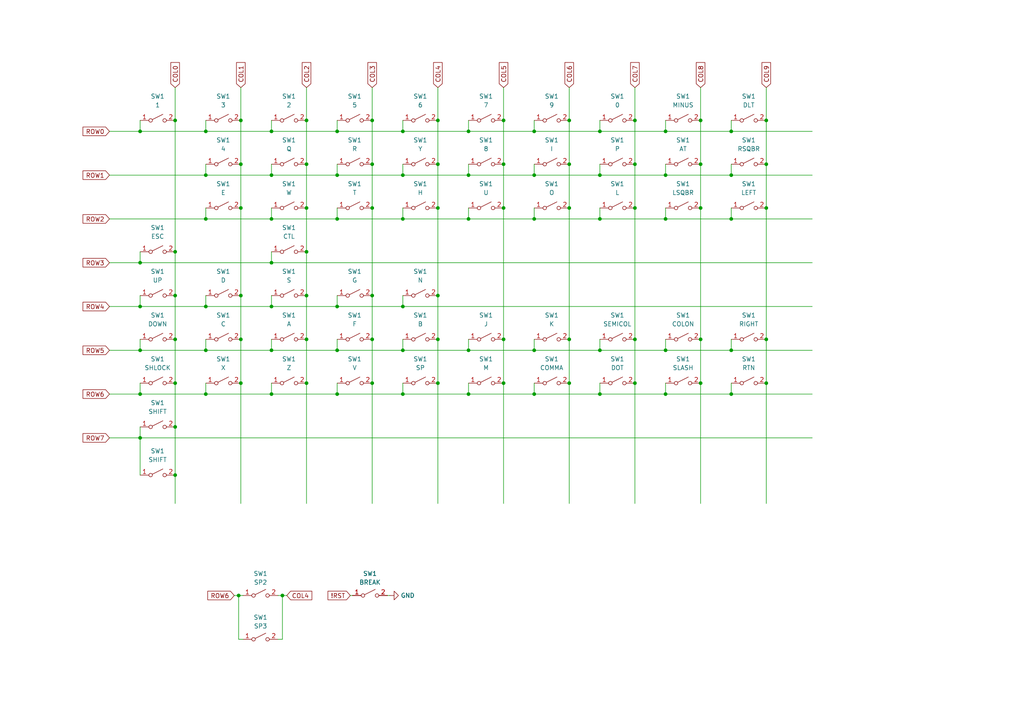
<source format=kicad_sch>
(kicad_sch (version 20230121) (generator eeschema)
  (paper "A4")
  (lib_symbols
    (symbol "Switch:SW_SPST" (pin_names (offset 0) hide)
      (property "Reference" "SW" (at 0 3.175 0))
      (property "Value" "SW_SPST" (at 0 -2.54 0))
      (symbol "SW_SPST_0_0"
        (circle (center -2.032 0) (radius 0.508))
        (polyline (pts (xy -1.524 0.254) (xy 1.524 1.778)))
        (circle (center 2.032 0) (radius 0.508))
      )
      (symbol "SW_SPST_1_1"
        (pin passive line (at -5.08 0 0) (length 2.54) (name "A") (number "1"))
        (pin passive line (at 5.08 0 180) (length 2.54) (name "B") (number "2"))
      )
    )
    (symbol "power:GND" (power) (pin_names (offset 0))
      (property "Value" "GND" (at 0 -3.81 0))
      (symbol "GND_0_1"
        (polyline (pts (xy 0 0) (xy 0 -1.27) (xy 1.27 -1.27) (xy 0 -2.54) (xy -1.27 -1.27) (xy 0 -1.27)))
      )
      (symbol "GND_1_1"
        (pin power_in line (at 0 0 270) (length 0) hide (name "GND") (number "1"))
      )
    )
  )
  (junction (at 81.915 172.72))
  (junction (at 222.25 34.925))
  (junction (at 212.09 50.8))
  (junction (at 146.05 98.425))
  (junction (at 193.04 38.1))
  (junction (at 78.74 38.1))
  (junction (at 165.1 98.425))
  (junction (at 184.15 60.325))
  (junction (at 165.1 60.325))
  (junction (at 78.74 114.3))
  (junction (at 50.8 111.125))
  (junction (at 78.74 88.9))
  (junction (at 116.84 88.9))
  (junction (at 222.25 98.425))
  (junction (at 88.9 47.625))
  (junction (at 107.95 47.625))
  (junction (at 165.1 34.925))
  (junction (at 173.99 63.5))
  (junction (at 193.04 50.8))
  (junction (at 88.9 73.025))
  (junction (at 193.04 63.5))
  (junction (at 212.09 63.5))
  (junction (at 203.2 47.625))
  (junction (at 222.25 111.125))
  (junction (at 146.05 47.625))
  (junction (at 127 98.425))
  (junction (at 173.99 38.1))
  (junction (at 50.8 98.425))
  (junction (at 97.79 50.8))
  (junction (at 222.25 60.325))
  (junction (at 78.74 63.5))
  (junction (at 203.2 34.925))
  (junction (at 59.69 38.1))
  (junction (at 154.94 63.5))
  (junction (at 116.84 50.8))
  (junction (at 116.84 38.1))
  (junction (at 88.9 98.425))
  (junction (at 59.69 88.9))
  (junction (at 203.2 111.125))
  (junction (at 50.8 73.025))
  (junction (at 135.89 101.6))
  (junction (at 78.74 76.2))
  (junction (at 50.8 123.825))
  (junction (at 107.95 98.425))
  (junction (at 212.09 38.1))
  (junction (at 88.9 34.925))
  (junction (at 97.79 38.1))
  (junction (at 50.8 34.925))
  (junction (at 50.8 85.725))
  (junction (at 212.09 101.6))
  (junction (at 184.15 34.925))
  (junction (at 59.69 63.5))
  (junction (at 154.94 50.8))
  (junction (at 107.95 85.725))
  (junction (at 78.74 101.6))
  (junction (at 69.85 111.125))
  (junction (at 184.15 98.425))
  (junction (at 116.84 63.5))
  (junction (at 203.2 60.325))
  (junction (at 154.94 114.3))
  (junction (at 97.79 101.6))
  (junction (at 50.8 137.795))
  (junction (at 135.89 50.8))
  (junction (at 127 34.925))
  (junction (at 107.95 111.125))
  (junction (at 59.69 101.6))
  (junction (at 88.9 60.325))
  (junction (at 173.99 114.3))
  (junction (at 135.89 114.3))
  (junction (at 40.64 38.1))
  (junction (at 88.9 111.125))
  (junction (at 212.09 114.3))
  (junction (at 127 85.725))
  (junction (at 69.85 98.425))
  (junction (at 154.94 38.1))
  (junction (at 97.79 114.3))
  (junction (at 97.79 63.5))
  (junction (at 116.84 114.3))
  (junction (at 59.69 50.8))
  (junction (at 165.1 111.125))
  (junction (at 154.94 101.6))
  (junction (at 59.69 114.3))
  (junction (at 184.15 111.125))
  (junction (at 40.64 127))
  (junction (at 88.9 85.725))
  (junction (at 193.04 101.6))
  (junction (at 193.04 114.3))
  (junction (at 222.25 47.625))
  (junction (at 78.74 50.8))
  (junction (at 97.79 88.9))
  (junction (at 135.89 63.5))
  (junction (at 69.85 60.325))
  (junction (at 146.05 111.125))
  (junction (at 127 60.325))
  (junction (at 203.2 98.425))
  (junction (at 107.95 34.925))
  (junction (at 173.99 101.6))
  (junction (at 165.1 47.625))
  (junction (at 40.64 88.9))
  (junction (at 69.215 172.72))
  (junction (at 40.64 101.6))
  (junction (at 107.95 60.325))
  (junction (at 135.89 38.1))
  (junction (at 69.85 85.725))
  (junction (at 116.84 101.6))
  (junction (at 127 111.125))
  (junction (at 146.05 60.325))
  (junction (at 40.64 114.3))
  (junction (at 173.99 50.8))
  (junction (at 146.05 34.925))
  (junction (at 184.15 47.625))
  (junction (at 69.85 47.625))
  (junction (at 127 47.625))
  (junction (at 40.64 76.2))
  (junction (at 69.85 34.925))
  (wire (pts (xy 78.74 85.725) (xy 78.74 88.9)))
  (wire (pts (xy 40.64 38.1) (xy 59.69 38.1)))
  (wire (pts (xy 69.85 47.625) (xy 69.85 60.325)))
  (wire (pts (xy 165.1 25.4) (xy 165.1 34.925)))
  (wire (pts (xy 135.89 47.625) (xy 135.89 50.8)))
  (wire (pts (xy 88.9 60.325) (xy 88.9 73.025)))
  (wire (pts (xy 116.84 85.725) (xy 116.84 88.9)))
  (wire (pts (xy 81.915 172.72) (xy 80.645 172.72)))
  (wire (pts (xy 78.74 114.3) (xy 97.79 114.3)))
  (wire (pts (xy 107.95 85.725) (xy 107.95 98.425)))
  (wire (pts (xy 116.84 88.9) (xy 235.585 88.9)))
  (wire (pts (xy 97.79 111.125) (xy 97.79 114.3)))
  (wire (pts (xy 193.04 63.5) (xy 212.09 63.5)))
  (wire (pts (xy 78.74 88.9) (xy 97.79 88.9)))
  (wire (pts (xy 193.04 50.8) (xy 212.09 50.8)))
  (wire (pts (xy 173.99 98.425) (xy 173.99 101.6)))
  (wire (pts (xy 146.05 98.425) (xy 146.05 111.125)))
  (wire (pts (xy 184.15 98.425) (xy 184.15 111.125)))
  (wire (pts (xy 165.1 111.125) (xy 165.1 146.05)))
  (wire (pts (xy 203.2 111.125) (xy 203.2 146.05)))
  (wire (pts (xy 165.1 47.625) (xy 165.1 60.325)))
  (wire (pts (xy 101.6 172.72) (xy 102.235 172.72)))
  (wire (pts (xy 193.04 101.6) (xy 212.09 101.6)))
  (wire (pts (xy 40.64 76.2) (xy 78.74 76.2)))
  (wire (pts (xy 193.04 98.425) (xy 193.04 101.6)))
  (wire (pts (xy 40.64 111.125) (xy 40.64 114.3)))
  (wire (pts (xy 69.85 98.425) (xy 69.85 111.125)))
  (wire (pts (xy 40.64 101.6) (xy 59.69 101.6)))
  (wire (pts (xy 107.95 60.325) (xy 107.95 85.725)))
  (wire (pts (xy 97.79 101.6) (xy 116.84 101.6)))
  (wire (pts (xy 59.69 114.3) (xy 78.74 114.3)))
  (wire (pts (xy 88.9 34.925) (xy 88.9 47.625)))
  (wire (pts (xy 31.75 50.8) (xy 59.69 50.8)))
  (wire (pts (xy 222.25 34.925) (xy 222.25 47.625)))
  (wire (pts (xy 212.09 60.325) (xy 212.09 63.5)))
  (wire (pts (xy 78.74 111.125) (xy 78.74 114.3)))
  (wire (pts (xy 88.9 73.025) (xy 88.9 85.725)))
  (wire (pts (xy 107.95 47.625) (xy 107.95 60.325)))
  (wire (pts (xy 154.94 101.6) (xy 173.99 101.6)))
  (wire (pts (xy 59.69 85.725) (xy 59.69 88.9)))
  (wire (pts (xy 212.09 63.5) (xy 235.585 63.5)))
  (wire (pts (xy 78.74 63.5) (xy 97.79 63.5)))
  (wire (pts (xy 31.75 76.2) (xy 40.64 76.2)))
  (wire (pts (xy 127 98.425) (xy 127 111.125)))
  (wire (pts (xy 135.89 63.5) (xy 154.94 63.5)))
  (wire (pts (xy 78.74 50.8) (xy 97.79 50.8)))
  (wire (pts (xy 59.69 50.8) (xy 78.74 50.8)))
  (wire (pts (xy 59.69 63.5) (xy 78.74 63.5)))
  (wire (pts (xy 40.64 98.425) (xy 40.64 101.6)))
  (wire (pts (xy 193.04 60.325) (xy 193.04 63.5)))
  (wire (pts (xy 193.04 114.3) (xy 212.09 114.3)))
  (wire (pts (xy 165.1 34.925) (xy 165.1 47.625)))
  (wire (pts (xy 212.09 101.6) (xy 235.585 101.6)))
  (wire (pts (xy 135.89 38.1) (xy 154.94 38.1)))
  (wire (pts (xy 31.75 114.3) (xy 40.64 114.3)))
  (wire (pts (xy 88.9 111.125) (xy 88.9 146.05)))
  (wire (pts (xy 135.89 114.3) (xy 154.94 114.3)))
  (wire (pts (xy 127 47.625) (xy 127 60.325)))
  (wire (pts (xy 184.15 111.125) (xy 184.15 146.05)))
  (wire (pts (xy 40.64 85.725) (xy 40.64 88.9)))
  (wire (pts (xy 212.09 47.625) (xy 212.09 50.8)))
  (wire (pts (xy 59.69 34.925) (xy 59.69 38.1)))
  (wire (pts (xy 135.89 50.8) (xy 154.94 50.8)))
  (wire (pts (xy 88.9 25.4) (xy 88.9 34.925)))
  (wire (pts (xy 173.99 34.925) (xy 173.99 38.1)))
  (wire (pts (xy 154.94 98.425) (xy 154.94 101.6)))
  (wire (pts (xy 50.8 98.425) (xy 50.8 111.125)))
  (wire (pts (xy 67.945 172.72) (xy 69.215 172.72)))
  (wire (pts (xy 88.9 98.425) (xy 88.9 111.125)))
  (wire (pts (xy 154.94 63.5) (xy 173.99 63.5)))
  (wire (pts (xy 50.8 85.725) (xy 50.8 98.425)))
  (wire (pts (xy 135.89 98.425) (xy 135.89 101.6)))
  (wire (pts (xy 69.85 34.925) (xy 69.85 47.625)))
  (wire (pts (xy 80.645 185.42) (xy 81.915 185.42)))
  (wire (pts (xy 203.2 34.925) (xy 203.2 47.625)))
  (wire (pts (xy 165.1 98.425) (xy 165.1 111.125)))
  (wire (pts (xy 154.94 114.3) (xy 173.99 114.3)))
  (wire (pts (xy 154.94 38.1) (xy 173.99 38.1)))
  (wire (pts (xy 222.25 47.625) (xy 222.25 60.325)))
  (wire (pts (xy 184.15 34.925) (xy 184.15 47.625)))
  (wire (pts (xy 40.64 73.025) (xy 40.64 76.2)))
  (wire (pts (xy 107.95 34.925) (xy 107.95 47.625)))
  (wire (pts (xy 193.04 38.1) (xy 212.09 38.1)))
  (wire (pts (xy 59.69 60.325) (xy 59.69 63.5)))
  (wire (pts (xy 97.79 88.9) (xy 116.84 88.9)))
  (wire (pts (xy 154.94 34.925) (xy 154.94 38.1)))
  (wire (pts (xy 50.8 137.795) (xy 50.8 146.05)))
  (wire (pts (xy 40.64 34.925) (xy 40.64 38.1)))
  (wire (pts (xy 88.9 47.625) (xy 88.9 60.325)))
  (wire (pts (xy 50.8 34.925) (xy 50.8 73.025)))
  (wire (pts (xy 78.74 76.2) (xy 235.585 76.2)))
  (wire (pts (xy 173.99 63.5) (xy 193.04 63.5)))
  (wire (pts (xy 127 85.725) (xy 127 98.425)))
  (wire (pts (xy 173.99 101.6) (xy 193.04 101.6)))
  (wire (pts (xy 97.79 98.425) (xy 97.79 101.6)))
  (wire (pts (xy 59.69 101.6) (xy 78.74 101.6)))
  (wire (pts (xy 212.09 34.925) (xy 212.09 38.1)))
  (wire (pts (xy 69.215 172.72) (xy 70.485 172.72)))
  (wire (pts (xy 116.84 60.325) (xy 116.84 63.5)))
  (wire (pts (xy 88.9 85.725) (xy 88.9 98.425)))
  (wire (pts (xy 146.05 47.625) (xy 146.05 60.325)))
  (wire (pts (xy 154.94 60.325) (xy 154.94 63.5)))
  (wire (pts (xy 116.84 111.125) (xy 116.84 114.3)))
  (wire (pts (xy 127 25.4) (xy 127 34.925)))
  (wire (pts (xy 222.25 25.4) (xy 222.25 34.925)))
  (wire (pts (xy 146.05 25.4) (xy 146.05 34.925)))
  (wire (pts (xy 203.2 47.625) (xy 203.2 60.325)))
  (wire (pts (xy 107.95 111.125) (xy 107.95 146.05)))
  (wire (pts (xy 81.915 185.42) (xy 81.915 172.72)))
  (wire (pts (xy 184.15 47.625) (xy 184.15 60.325)))
  (wire (pts (xy 127 34.925) (xy 127 47.625)))
  (wire (pts (xy 222.25 111.125) (xy 222.25 146.05)))
  (wire (pts (xy 135.89 34.925) (xy 135.89 38.1)))
  (wire (pts (xy 78.74 73.025) (xy 78.74 76.2)))
  (wire (pts (xy 127 60.325) (xy 127 85.725)))
  (wire (pts (xy 50.8 25.4) (xy 50.8 34.925)))
  (wire (pts (xy 40.64 114.3) (xy 59.69 114.3)))
  (wire (pts (xy 212.09 50.8) (xy 235.585 50.8)))
  (wire (pts (xy 69.215 185.42) (xy 69.215 172.72)))
  (wire (pts (xy 59.69 38.1) (xy 78.74 38.1)))
  (wire (pts (xy 173.99 114.3) (xy 193.04 114.3)))
  (wire (pts (xy 135.89 111.125) (xy 135.89 114.3)))
  (wire (pts (xy 59.69 98.425) (xy 59.69 101.6)))
  (wire (pts (xy 69.85 111.125) (xy 69.85 146.05)))
  (wire (pts (xy 69.85 85.725) (xy 69.85 98.425)))
  (wire (pts (xy 40.64 127) (xy 235.585 127)))
  (wire (pts (xy 146.05 111.125) (xy 146.05 146.05)))
  (wire (pts (xy 69.85 25.4) (xy 69.85 34.925)))
  (wire (pts (xy 146.05 60.325) (xy 146.05 98.425)))
  (wire (pts (xy 59.69 111.125) (xy 59.69 114.3)))
  (wire (pts (xy 203.2 98.425) (xy 203.2 111.125)))
  (wire (pts (xy 173.99 60.325) (xy 173.99 63.5)))
  (wire (pts (xy 135.89 60.325) (xy 135.89 63.5)))
  (wire (pts (xy 212.09 114.3) (xy 235.585 114.3)))
  (wire (pts (xy 78.74 60.325) (xy 78.74 63.5)))
  (wire (pts (xy 97.79 63.5) (xy 116.84 63.5)))
  (wire (pts (xy 40.64 88.9) (xy 59.69 88.9)))
  (wire (pts (xy 173.99 111.125) (xy 173.99 114.3)))
  (wire (pts (xy 154.94 111.125) (xy 154.94 114.3)))
  (wire (pts (xy 97.79 38.1) (xy 116.84 38.1)))
  (wire (pts (xy 165.1 60.325) (xy 165.1 98.425)))
  (wire (pts (xy 70.485 185.42) (xy 69.215 185.42)))
  (wire (pts (xy 116.84 114.3) (xy 135.89 114.3)))
  (wire (pts (xy 203.2 60.325) (xy 203.2 98.425)))
  (wire (pts (xy 116.84 34.925) (xy 116.84 38.1)))
  (wire (pts (xy 107.95 98.425) (xy 107.95 111.125)))
  (wire (pts (xy 31.75 88.9) (xy 40.64 88.9)))
  (wire (pts (xy 50.8 123.825) (xy 50.8 137.795)))
  (wire (pts (xy 69.85 60.325) (xy 69.85 85.725)))
  (wire (pts (xy 40.64 127) (xy 40.64 137.795)))
  (wire (pts (xy 50.8 111.125) (xy 50.8 123.825)))
  (wire (pts (xy 193.04 47.625) (xy 193.04 50.8)))
  (wire (pts (xy 193.04 34.925) (xy 193.04 38.1)))
  (wire (pts (xy 116.84 50.8) (xy 135.89 50.8)))
  (wire (pts (xy 83.185 172.72) (xy 81.915 172.72)))
  (wire (pts (xy 31.75 101.6) (xy 40.64 101.6)))
  (wire (pts (xy 116.84 101.6) (xy 135.89 101.6)))
  (wire (pts (xy 212.09 38.1) (xy 235.585 38.1)))
  (wire (pts (xy 154.94 50.8) (xy 173.99 50.8)))
  (wire (pts (xy 78.74 34.925) (xy 78.74 38.1)))
  (wire (pts (xy 203.2 25.4) (xy 203.2 34.925)))
  (wire (pts (xy 222.25 98.425) (xy 222.25 111.125)))
  (wire (pts (xy 78.74 47.625) (xy 78.74 50.8)))
  (wire (pts (xy 97.79 47.625) (xy 97.79 50.8)))
  (wire (pts (xy 116.84 47.625) (xy 116.84 50.8)))
  (wire (pts (xy 59.69 47.625) (xy 59.69 50.8)))
  (wire (pts (xy 97.79 60.325) (xy 97.79 63.5)))
  (wire (pts (xy 212.09 98.425) (xy 212.09 101.6)))
  (wire (pts (xy 113.03 172.72) (xy 112.395 172.72)))
  (wire (pts (xy 116.84 63.5) (xy 135.89 63.5)))
  (wire (pts (xy 135.89 101.6) (xy 154.94 101.6)))
  (wire (pts (xy 173.99 47.625) (xy 173.99 50.8)))
  (wire (pts (xy 97.79 50.8) (xy 116.84 50.8)))
  (wire (pts (xy 78.74 98.425) (xy 78.74 101.6)))
  (wire (pts (xy 184.15 60.325) (xy 184.15 98.425)))
  (wire (pts (xy 222.25 60.325) (xy 222.25 98.425)))
  (wire (pts (xy 59.69 88.9) (xy 78.74 88.9)))
  (wire (pts (xy 78.74 101.6) (xy 97.79 101.6)))
  (wire (pts (xy 50.8 73.025) (xy 50.8 85.725)))
  (wire (pts (xy 127 111.125) (xy 127 146.05)))
  (wire (pts (xy 31.75 38.1) (xy 40.64 38.1)))
  (wire (pts (xy 31.75 127) (xy 40.64 127)))
  (wire (pts (xy 212.09 111.125) (xy 212.09 114.3)))
  (wire (pts (xy 116.84 98.425) (xy 116.84 101.6)))
  (wire (pts (xy 97.79 34.925) (xy 97.79 38.1)))
  (wire (pts (xy 97.79 114.3) (xy 116.84 114.3)))
  (wire (pts (xy 154.94 47.625) (xy 154.94 50.8)))
  (wire (pts (xy 116.84 38.1) (xy 135.89 38.1)))
  (wire (pts (xy 184.15 25.4) (xy 184.15 34.925)))
  (wire (pts (xy 40.64 123.825) (xy 40.64 127)))
  (wire (pts (xy 107.95 25.4) (xy 107.95 34.925)))
  (wire (pts (xy 173.99 50.8) (xy 193.04 50.8)))
  (wire (pts (xy 173.99 38.1) (xy 193.04 38.1)))
  (wire (pts (xy 78.74 38.1) (xy 97.79 38.1)))
  (wire (pts (xy 146.05 34.925) (xy 146.05 47.625)))
  (wire (pts (xy 193.04 111.125) (xy 193.04 114.3)))
  (wire (pts (xy 97.79 85.725) (xy 97.79 88.9)))
  (wire (pts (xy 31.75 63.5) (xy 59.69 63.5)))
  (global_label "COL7" (shape input) (at 184.15 25.4 90) (property "Intersheetrefs" "${INTERSHEET_REFS}" (effects hide)))
  (global_label "COL0" (shape input) (at 50.8 25.4 90) (property "Intersheetrefs" "${INTERSHEET_REFS}" (effects hide)))
  (global_label "COL8" (shape input) (at 203.2 25.4 90) (property "Intersheetrefs" "${INTERSHEET_REFS}" (effects hide)))
  (global_label "COL5" (shape input) (at 146.05 25.4 90) (property "Intersheetrefs" "${INTERSHEET_REFS}" (effects hide)))
  (global_label "COL1" (shape input) (at 69.85 25.4 90) (property "Intersheetrefs" "${INTERSHEET_REFS}" (effects hide)))
  (global_label "COL2" (shape input) (at 88.9 25.4 90) (property "Intersheetrefs" "${INTERSHEET_REFS}" (effects hide)))
  (global_label "ROW3" (shape input) (at 31.75 76.2 180) (property "Intersheetrefs" "${INTERSHEET_REFS}" (effects hide)))
  (global_label "COL3" (shape input) (at 107.95 25.4 90) (property "Intersheetrefs" "${INTERSHEET_REFS}" (effects hide)))
  (global_label "!RST" (shape input) (at 101.6 172.72 180) (property "Intersheetrefs" "${INTERSHEET_REFS}" (effects hide)))
  (global_label "ROW7" (shape input) (at 31.75 127 180) (property "Intersheetrefs" "${INTERSHEET_REFS}" (effects hide)))
  (global_label "COL9" (shape input) (at 222.25 25.4 90) (property "Intersheetrefs" "${INTERSHEET_REFS}" (effects hide)))
  (global_label "ROW1" (shape input) (at 31.75 50.8 180) (property "Intersheetrefs" "${INTERSHEET_REFS}" (effects hide)))
  (global_label "COL4" (shape input) (at 127 25.4 90) (property "Intersheetrefs" "${INTERSHEET_REFS}" (effects hide)))
  (global_label "COL6" (shape input) (at 165.1 25.4 90) (property "Intersheetrefs" "${INTERSHEET_REFS}" (effects hide)))
  (global_label "ROW6" (shape input) (at 31.75 114.3 180) (property "Intersheetrefs" "${INTERSHEET_REFS}" (effects hide)))
  (global_label "COL4" (shape input) (at 83.185 172.72 0) (property "Intersheetrefs" "${INTERSHEET_REFS}" (effects hide)))
  (global_label "ROW4" (shape input) (at 31.75 88.9 180) (property "Intersheetrefs" "${INTERSHEET_REFS}" (effects hide)))
  (global_label "ROW5" (shape input) (at 31.75 101.6 180) (property "Intersheetrefs" "${INTERSHEET_REFS}" (effects hide)))
  (global_label "ROW2" (shape input) (at 31.75 63.5 180) (property "Intersheetrefs" "${INTERSHEET_REFS}" (effects hide)))
  (global_label "ROW6" (shape input) (at 67.945 172.72 180) (property "Intersheetrefs" "${INTERSHEET_REFS}" (effects hide)))
  (global_label "ROW0" (shape input) (at 31.75 38.1 180) (property "Intersheetrefs" "${INTERSHEET_REFS}" (effects hide)))
  (symbol (lib_id "Switch:SW_SPST") (at 198.12 47.625 0) (unit 1)
    (property "Reference" "SW1" (at 198.12 40.64 0))
    (property "Value" "AT" (at 198.12 43.18 0))
    (property "Footprint" "Button_Switch_Keyboard:SW_Cherry_MX_1.00u_PCB" (effects hide))
    (instances (project "ATOM_IC1Keyboard1" (path "" (reference "SW1") (unit 1))) (project "ATOM_IC1" (path "" (reference "SW1") (unit 1))) (project "Lynx-Keyboard" (path "" (reference "SW19") (unit 1))))
  )
  (symbol (lib_id "Switch:SW_SPST") (at 45.72 111.125 0) (unit 1)
    (property "Reference" "SW1" (at 45.72 104.14 0))
    (property "Value" "SHLOCK" (at 45.72 106.68 0))
    (property "Footprint" "Button_Switch_Keyboard:SW_Cherry_MX_1.50u_PCB" (effects hide))
    (instances (project "ATOM_IC1Keyboard1" (path "" (reference "SW1") (unit 1))) (project "ATOM_IC1" (path "" (reference "SW1") (unit 1))) (project "Lynx-Keyboard" (path "" (reference "SW61") (unit 1))))
  )
  (symbol (lib_id "Switch:SW_SPST") (at 140.97 34.925 0) (unit 1)
    (property "Reference" "SW1" (at 140.97 27.94 0))
    (property "Value" "7" (at 140.97 30.48 0))
    (property "Footprint" "Button_Switch_Keyboard:SW_Cherry_MX_1.00u_PCB" (effects hide))
    (instances (project "ATOM_IC1Keyboard1" (path "" (reference "SW1") (unit 1))) (project "ATOM_IC1" (path "" (reference "SW1") (unit 1))) (project "Lynx-Keyboard" (path "" (reference "SW6") (unit 1))))
  )
  (symbol (lib_id "Switch:SW_SPST") (at 121.92 98.425 0) (unit 1)
    (property "Reference" "SW1" (at 121.92 91.44 0))
    (property "Value" "B" (at 121.92 93.98 0))
    (property "Footprint" "Button_Switch_Keyboard:SW_Cherry_MX_1.00u_PCB" (effects hide))
    (instances (project "ATOM_IC1Keyboard1" (path "" (reference "SW1") (unit 1))) (project "ATOM_IC1" (path "" (reference "SW1") (unit 1))) (project "Lynx-Keyboard" (path "" (reference "SW55") (unit 1))))
  )
  (symbol (lib_id "Switch:SW_SPST") (at 140.97 60.325 0) (unit 1)
    (property "Reference" "SW1" (at 140.97 53.34 0))
    (property "Value" "U" (at 140.97 55.88 0))
    (property "Footprint" "Button_Switch_Keyboard:SW_Cherry_MX_1.00u_PCB" (effects hide))
    (instances (project "ATOM_IC1Keyboard1" (path "" (reference "SW1") (unit 1))) (project "ATOM_IC1" (path "" (reference "SW1") (unit 1))) (project "Lynx-Keyboard" (path "" (reference "SW26") (unit 1))))
  )
  (symbol (lib_id "Switch:SW_SPST") (at 217.17 60.325 0) (unit 1)
    (property "Reference" "SW1" (at 217.17 53.34 0))
    (property "Value" "LEFT" (at 217.17 55.88 0))
    (property "Footprint" "Button_Switch_Keyboard:SW_Cherry_MX_1.00u_PCB" (effects hide))
    (instances (project "ATOM_IC1Keyboard1" (path "" (reference "SW1") (unit 1))) (project "ATOM_IC1" (path "" (reference "SW1") (unit 1))) (project "Lynx-Keyboard" (path "" (reference "SW30") (unit 1))))
  )
  (symbol (lib_id "Switch:SW_SPST") (at 107.315 172.72 0) (unit 1)
    (property "Reference" "SW1" (at 107.315 166.37 0))
    (property "Value" "BREAK" (at 107.315 168.91 0))
    (property "Footprint" "Button_Switch_Keyboard:SW_Cherry_MX_1.50u_PCB" (effects hide))
    (instances (project "ATOM_IC1Keyboard1" (path "" (reference "SW1") (unit 1))) (project "ATOM_IC1" (path "" (reference "SW1") (unit 1))) (project "Lynx-Keyboard" (path "" (reference "SW74") (unit 1))))
  )
  (symbol (lib_id "Switch:SW_SPST") (at 83.82 47.625 0) (unit 1)
    (property "Reference" "SW1" (at 83.82 40.64 0))
    (property "Value" "Q" (at 83.82 43.18 0))
    (property "Footprint" "Button_Switch_Keyboard:SW_Cherry_MX_1.00u_PCB" (effects hide))
    (instances (project "ATOM_IC1Keyboard1" (path "" (reference "SW1") (unit 1))) (project "ATOM_IC1" (path "" (reference "SW1") (unit 1))) (project "Lynx-Keyboard" (path "" (reference "SW13") (unit 1))))
  )
  (symbol (lib_id "Switch:SW_SPST") (at 45.72 137.795 0) (unit 1)
    (property "Reference" "SW1" (at 45.72 130.81 0))
    (property "Value" "SHIFT" (at 45.72 133.35 0))
    (property "Footprint" "Button_Switch_Keyboard:SW_Cherry_MX_1.50u_PCB" (effects hide))
    (instances (project "ATOM_IC1Keyboard1" (path "" (reference "SW1") (unit 1))) (project "ATOM_IC1" (path "" (reference "SW1") (unit 1))) (project "Lynx-Keyboard" (path "" (reference "SW75") (unit 1))))
  )
  (symbol (lib_id "Switch:SW_SPST") (at 64.77 111.125 0) (unit 1)
    (property "Reference" "SW1" (at 64.77 104.14 0))
    (property "Value" "X" (at 64.77 106.68 0))
    (property "Footprint" "Button_Switch_Keyboard:SW_Cherry_MX_1.00u_PCB" (effects hide))
    (instances (project "ATOM_IC1Keyboard1" (path "" (reference "SW1") (unit 1))) (project "ATOM_IC1" (path "" (reference "SW1") (unit 1))) (project "Lynx-Keyboard" (path "" (reference "SW62") (unit 1))))
  )
  (symbol (lib_id "Switch:SW_SPST") (at 83.82 34.925 0) (unit 1)
    (property "Reference" "SW1" (at 83.82 27.94 0))
    (property "Value" "2" (at 83.82 30.48 0))
    (property "Footprint" "Button_Switch_Keyboard:SW_Cherry_MX_1.00u_PCB" (effects hide))
    (instances (project "ATOM_IC1Keyboard1" (path "" (reference "SW1") (unit 1))) (project "ATOM_IC1" (path "" (reference "SW1") (unit 1))) (project "Lynx-Keyboard" (path "" (reference "SW3") (unit 1))))
  )
  (symbol (lib_id "Switch:SW_SPST") (at 45.72 98.425 0) (unit 1)
    (property "Reference" "SW1" (at 45.72 91.44 0))
    (property "Value" "DOWN" (at 45.72 93.98 0))
    (property "Footprint" "Button_Switch_Keyboard:SW_Cherry_MX_1.00u_PCB" (effects hide))
    (instances (project "ATOM_IC1Keyboard1" (path "" (reference "SW1") (unit 1))) (project "ATOM_IC1" (path "" (reference "SW1") (unit 1))) (project "Lynx-Keyboard" (path "" (reference "SW51") (unit 1))))
  )
  (symbol (lib_id "Switch:SW_SPST") (at 83.82 111.125 0) (unit 1)
    (property "Reference" "SW1" (at 83.82 104.14 0))
    (property "Value" "Z" (at 83.82 106.68 0))
    (property "Footprint" "Button_Switch_Keyboard:SW_Cherry_MX_1.00u_PCB" (effects hide))
    (instances (project "ATOM_IC1Keyboard1" (path "" (reference "SW1") (unit 1))) (project "ATOM_IC1" (path "" (reference "SW1") (unit 1))) (project "Lynx-Keyboard" (path "" (reference "SW63") (unit 1))))
  )
  (symbol (lib_id "Switch:SW_SPST") (at 83.82 60.325 0) (unit 1)
    (property "Reference" "SW1" (at 83.82 53.34 0))
    (property "Value" "W" (at 83.82 55.88 0))
    (property "Footprint" "Button_Switch_Keyboard:SW_Cherry_MX_1.00u_PCB" (effects hide))
    (instances (project "ATOM_IC1Keyboard1" (path "" (reference "SW1") (unit 1))) (project "ATOM_IC1" (path "" (reference "SW1") (unit 1))) (project "Lynx-Keyboard" (path "" (reference "SW23") (unit 1))))
  )
  (symbol (lib_id "Switch:SW_SPST") (at 121.92 85.725 0) (unit 1)
    (property "Reference" "SW1" (at 121.92 78.74 0))
    (property "Value" "N" (at 121.92 81.28 0))
    (property "Footprint" "Button_Switch_Keyboard:SW_Cherry_MX_1.00u_PCB" (effects hide))
    (instances (project "ATOM_IC1Keyboard1" (path "" (reference "SW1") (unit 1))) (project "ATOM_IC1" (path "" (reference "SW1") (unit 1))) (project "Lynx-Keyboard" (path "" (reference "SW45") (unit 1))))
  )
  (symbol (lib_id "Switch:SW_SPST") (at 140.97 47.625 0) (unit 1)
    (property "Reference" "SW1" (at 140.97 40.64 0))
    (property "Value" "8" (at 140.97 43.18 0))
    (property "Footprint" "Button_Switch_Keyboard:SW_Cherry_MX_1.00u_PCB" (effects hide))
    (instances (project "ATOM_IC1Keyboard1" (path "" (reference "SW1") (unit 1))) (project "ATOM_IC1" (path "" (reference "SW1") (unit 1))) (project "Lynx-Keyboard" (path "" (reference "SW16") (unit 1))))
  )
  (symbol (lib_id "Switch:SW_SPST") (at 45.72 73.025 0) (unit 1)
    (property "Reference" "SW1" (at 45.72 66.04 0))
    (property "Value" "ESC" (at 45.72 68.58 0))
    (property "Footprint" "Button_Switch_Keyboard:SW_Cherry_MX_1.00u_PCB" (effects hide))
    (instances (project "ATOM_IC1Keyboard1" (path "" (reference "SW1") (unit 1))) (project "ATOM_IC1" (path "" (reference "SW1") (unit 1))) (project "Lynx-Keyboard" (path "" (reference "SW31") (unit 1))))
  )
  (symbol (lib_id "Switch:SW_SPST") (at 83.82 85.725 0) (unit 1)
    (property "Reference" "SW1" (at 83.82 78.74 0))
    (property "Value" "S" (at 83.82 81.28 0))
    (property "Footprint" "Button_Switch_Keyboard:SW_Cherry_MX_1.00u_PCB" (effects hide))
    (instances (project "ATOM_IC1Keyboard1" (path "" (reference "SW1") (unit 1))) (project "ATOM_IC1" (path "" (reference "SW1") (unit 1))) (project "Lynx-Keyboard" (path "" (reference "SW43") (unit 1))))
  )
  (symbol (lib_id "Switch:SW_SPST") (at 140.97 98.425 0) (unit 1)
    (property "Reference" "SW1" (at 140.97 91.44 0))
    (property "Value" "J" (at 140.97 93.98 0))
    (property "Footprint" "Button_Switch_Keyboard:SW_Cherry_MX_1.00u_PCB" (effects hide))
    (instances (project "ATOM_IC1Keyboard1" (path "" (reference "SW1") (unit 1))) (project "ATOM_IC1" (path "" (reference "SW1") (unit 1))) (project "Lynx-Keyboard" (path "" (reference "SW56") (unit 1))))
  )
  (symbol (lib_id "Switch:SW_SPST") (at 45.72 34.925 0) (unit 1)
    (property "Reference" "SW1" (at 45.72 27.94 0))
    (property "Value" "1" (at 45.72 30.48 0))
    (property "Footprint" "Button_Switch_Keyboard:SW_Cherry_MX_1.00u_PCB" (effects hide))
  )
  (symbol (lib_id "Switch:SW_SPST") (at 121.92 34.925 0) (unit 1)
    (property "Reference" "SW1" (at 121.92 27.94 0))
    (property "Value" "6" (at 121.92 30.48 0))
    (property "Footprint" "Button_Switch_Keyboard:SW_Cherry_MX_1.00u_PCB" (effects hide))
    (instances (project "ATOM_IC1Keyboard1" (path "" (reference "SW1") (unit 1))) (project "ATOM_IC1" (path "" (reference "SW1") (unit 1))) (project "Lynx-Keyboard" (path "" (reference "SW5") (unit 1))))
  )
  (symbol (lib_id "Switch:SW_SPST") (at 160.02 98.425 0) (unit 1)
    (property "Reference" "SW1" (at 160.02 91.44 0))
    (property "Value" "K" (at 160.02 93.98 0))
    (property "Footprint" "Button_Switch_Keyboard:SW_Cherry_MX_1.00u_PCB" (effects hide))
    (instances (project "ATOM_IC1Keyboard1" (path "" (reference "SW1") (unit 1))) (project "ATOM_IC1" (path "" (reference "SW1") (unit 1))) (project "Lynx-Keyboard" (path "" (reference "SW57") (unit 1))))
  )
  (symbol (lib_id "Switch:SW_SPST") (at 64.77 85.725 0) (unit 1)
    (property "Reference" "SW1" (at 64.77 78.74 0))
    (property "Value" "D" (at 64.77 81.28 0))
    (property "Footprint" "Button_Switch_Keyboard:SW_Cherry_MX_1.00u_PCB" (effects hide))
    (instances (project "ATOM_IC1Keyboard1" (path "" (reference "SW1") (unit 1))) (project "ATOM_IC1" (path "" (reference "SW1") (unit 1))) (project "Lynx-Keyboard" (path "" (reference "SW42") (unit 1))))
  )
  (symbol (lib_id "Switch:SW_SPST") (at 64.77 34.925 0) (unit 1)
    (property "Reference" "SW1" (at 64.77 27.94 0))
    (property "Value" "3" (at 64.77 30.48 0))
    (property "Footprint" "Button_Switch_Keyboard:SW_Cherry_MX_1.00u_PCB" (effects hide))
    (instances (project "ATOM_IC1Keyboard1" (path "" (reference "SW1") (unit 1))) (project "ATOM_IC1" (path "" (reference "SW1") (unit 1))) (project "Lynx-Keyboard" (path "" (reference "SW2") (unit 1))))
  )
  (symbol (lib_id "Switch:SW_SPST") (at 179.07 60.325 0) (unit 1)
    (property "Reference" "SW1" (at 179.07 53.34 0))
    (property "Value" "L" (at 179.07 55.88 0))
    (property "Footprint" "Button_Switch_Keyboard:SW_Cherry_MX_1.00u_PCB" (effects hide))
    (instances (project "ATOM_IC1Keyboard1" (path "" (reference "SW1") (unit 1))) (project "ATOM_IC1" (path "" (reference "SW1") (unit 1))) (project "Lynx-Keyboard" (path "" (reference "SW28") (unit 1))))
  )
  (symbol (lib_id "Switch:SW_SPST") (at 217.17 34.925 0) (unit 1)
    (property "Reference" "SW1" (at 217.17 27.94 0))
    (property "Value" "DLT" (at 217.17 30.48 0))
    (property "Footprint" "Button_Switch_Keyboard:SW_Cherry_MX_1.00u_PCB" (effects hide))
    (instances (project "ATOM_IC1Keyboard1" (path "" (reference "SW1") (unit 1))) (project "ATOM_IC1" (path "" (reference "SW1") (unit 1))) (project "Lynx-Keyboard" (path "" (reference "SW10") (unit 1))))
  )
  (symbol (lib_id "Switch:SW_SPST") (at 179.07 47.625 0) (unit 1)
    (property "Reference" "SW1" (at 179.07 40.64 0))
    (property "Value" "P" (at 179.07 43.18 0))
    (property "Footprint" "Button_Switch_Keyboard:SW_Cherry_MX_1.00u_PCB" (effects hide))
    (instances (project "ATOM_IC1Keyboard1" (path "" (reference "SW1") (unit 1))) (project "ATOM_IC1" (path "" (reference "SW1") (unit 1))) (project "Lynx-Keyboard" (path "" (reference "SW18") (unit 1))))
  )
  (symbol (lib_id "Switch:SW_SPST") (at 102.87 111.125 0) (unit 1)
    (property "Reference" "SW1" (at 102.87 104.14 0))
    (property "Value" "V" (at 102.87 106.68 0))
    (property "Footprint" "Button_Switch_Keyboard:SW_Cherry_MX_1.00u_PCB" (effects hide))
    (instances (project "ATOM_IC1Keyboard1" (path "" (reference "SW1") (unit 1))) (project "ATOM_IC1" (path "" (reference "SW1") (unit 1))) (project "Lynx-Keyboard" (path "" (reference "SW64") (unit 1))))
  )
  (symbol (lib_id "Switch:SW_SPST") (at 198.12 60.325 0) (unit 1)
    (property "Reference" "SW1" (at 198.12 53.34 0))
    (property "Value" "LSQBR" (at 198.12 55.88 0))
    (property "Footprint" "Button_Switch_Keyboard:SW_Cherry_MX_1.00u_PCB" (effects hide))
    (instances (project "ATOM_IC1Keyboard1" (path "" (reference "SW1") (unit 1))) (project "ATOM_IC1" (path "" (reference "SW1") (unit 1))) (project "Lynx-Keyboard" (path "" (reference "SW29") (unit 1))))
  )
  (symbol (lib_id "Switch:SW_SPST") (at 121.92 111.125 0) (unit 1)
    (property "Reference" "SW1" (at 121.92 104.14 0))
    (property "Value" "SP" (at 121.92 106.68 0))
    (property "Footprint" "Button_Switch_Keyboard:SW_Cherry_MX_1.00u_PCB" (effects hide))
    (instances (project "ATOM_IC1Keyboard1" (path "" (reference "SW1") (unit 1))) (project "ATOM_IC1" (path "" (reference "SW1") (unit 1))) (project "Lynx-Keyboard" (path "" (reference "SW65") (unit 1))))
  )
  (symbol (lib_id "Switch:SW_SPST") (at 179.07 34.925 0) (unit 1)
    (property "Reference" "SW1" (at 179.07 27.94 0))
    (property "Value" "0" (at 179.07 30.48 0))
    (property "Footprint" "Button_Switch_Keyboard:SW_Cherry_MX_1.00u_PCB" (effects hide))
    (instances (project "ATOM_IC1Keyboard1" (path "" (reference "SW1") (unit 1))) (project "ATOM_IC1" (path "" (reference "SW1") (unit 1))) (project "Lynx-Keyboard" (path "" (reference "SW8") (unit 1))))
  )
  (symbol (lib_id "Switch:SW_SPST") (at 217.17 111.125 0) (unit 1)
    (property "Reference" "SW1" (at 217.17 104.14 0))
    (property "Value" "RTN" (at 217.17 106.68 0))
    (property "Footprint" "Button_Switch_Keyboard:SW_Cherry_MX_1.50u_PCB" (effects hide))
    (instances (project "ATOM_IC1Keyboard1" (path "" (reference "SW1") (unit 1))) (project "ATOM_IC1" (path "" (reference "SW1") (unit 1))) (project "Lynx-Keyboard" (path "" (reference "SW70") (unit 1))))
  )
  (symbol (lib_id "Switch:SW_SPST") (at 160.02 60.325 0) (unit 1)
    (property "Reference" "SW1" (at 160.02 53.34 0))
    (property "Value" "O" (at 160.02 55.88 0))
    (property "Footprint" "Button_Switch_Keyboard:SW_Cherry_MX_1.00u_PCB" (effects hide))
    (instances (project "ATOM_IC1Keyboard1" (path "" (reference "SW1") (unit 1))) (project "ATOM_IC1" (path "" (reference "SW1") (unit 1))) (project "Lynx-Keyboard" (path "" (reference "SW27") (unit 1))))
  )
  (symbol (lib_id "Switch:SW_SPST") (at 179.07 111.125 0) (unit 1)
    (property "Reference" "SW1" (at 179.07 104.14 0))
    (property "Value" "DOT" (at 179.07 106.68 0))
    (property "Footprint" "Button_Switch_Keyboard:SW_Cherry_MX_1.00u_PCB" (effects hide))
    (instances (project "ATOM_IC1Keyboard1" (path "" (reference "SW1") (unit 1))) (project "ATOM_IC1" (path "" (reference "SW1") (unit 1))) (project "Lynx-Keyboard" (path "" (reference "SW68") (unit 1))))
  )
  (symbol (lib_id "Switch:SW_SPST") (at 198.12 111.125 0) (unit 1)
    (property "Reference" "SW1" (at 198.12 104.14 0))
    (property "Value" "SLASH" (at 198.12 106.68 0))
    (property "Footprint" "Button_Switch_Keyboard:SW_Cherry_MX_1.00u_PCB" (effects hide))
    (instances (project "ATOM_IC1Keyboard1" (path "" (reference "SW1") (unit 1))) (project "ATOM_IC1" (path "" (reference "SW1") (unit 1))) (project "Lynx-Keyboard" (path "" (reference "SW69") (unit 1))))
  )
  (symbol (lib_id "Switch:SW_SPST") (at 45.72 85.725 0) (unit 1)
    (property "Reference" "SW1" (at 45.72 78.74 0))
    (property "Value" "UP" (at 45.72 81.28 0))
    (property "Footprint" "Button_Switch_Keyboard:SW_Cherry_MX_1.00u_PCB" (effects hide))
    (instances (project "ATOM_IC1Keyboard1" (path "" (reference "SW1") (unit 1))) (project "ATOM_IC1" (path "" (reference "SW1") (unit 1))) (project "Lynx-Keyboard" (path "" (reference "SW41") (unit 1))))
  )
  (symbol (lib_id "Switch:SW_SPST") (at 102.87 47.625 0) (unit 1)
    (property "Reference" "SW1" (at 102.87 40.64 0))
    (property "Value" "R" (at 102.87 43.18 0))
    (property "Footprint" "Button_Switch_Keyboard:SW_Cherry_MX_1.00u_PCB" (effects hide))
    (instances (project "ATOM_IC1Keyboard1" (path "" (reference "SW1") (unit 1))) (project "ATOM_IC1" (path "" (reference "SW1") (unit 1))) (project "Lynx-Keyboard" (path "" (reference "SW14") (unit 1))))
  )
  (symbol (lib_id "Switch:SW_SPST") (at 64.77 60.325 0) (unit 1)
    (property "Reference" "SW1" (at 64.77 53.34 0))
    (property "Value" "E" (at 64.77 55.88 0))
    (property "Footprint" "Button_Switch_Keyboard:SW_Cherry_MX_1.00u_PCB" (effects hide))
    (instances (project "ATOM_IC1Keyboard1" (path "" (reference "SW1") (unit 1))) (project "ATOM_IC1" (path "" (reference "SW1") (unit 1))) (project "Lynx-Keyboard" (path "" (reference "SW22") (unit 1))))
  )
  (symbol (lib_id "Switch:SW_SPST") (at 102.87 98.425 0) (unit 1)
    (property "Reference" "SW1" (at 102.87 91.44 0))
    (property "Value" "F" (at 102.87 93.98 0))
    (property "Footprint" "Button_Switch_Keyboard:SW_Cherry_MX_1.00u_PCB" (effects hide))
    (instances (project "ATOM_IC1Keyboard1" (path "" (reference "SW1") (unit 1))) (project "ATOM_IC1" (path "" (reference "SW1") (unit 1))) (project "Lynx-Keyboard" (path "" (reference "SW54") (unit 1))))
  )
  (symbol (lib_id "Switch:SW_SPST") (at 160.02 111.125 0) (unit 1)
    (property "Reference" "SW1" (at 160.02 104.14 0))
    (property "Value" "COMMA" (at 160.02 106.68 0))
    (property "Footprint" "Button_Switch_Keyboard:SW_Cherry_MX_1.00u_PCB" (effects hide))
    (instances (project "ATOM_IC1Keyboard1" (path "" (reference "SW1") (unit 1))) (project "ATOM_IC1" (path "" (reference "SW1") (unit 1))) (project "Lynx-Keyboard" (path "" (reference "SW67") (unit 1))))
  )
  (symbol (lib_id "Switch:SW_SPST") (at 198.12 98.425 0) (unit 1)
    (property "Reference" "SW1" (at 198.12 91.44 0))
    (property "Value" "COLON" (at 198.12 93.98 0))
    (property "Footprint" "Button_Switch_Keyboard:SW_Cherry_MX_1.00u_PCB" (effects hide))
    (instances (project "ATOM_IC1Keyboard1" (path "" (reference "SW1") (unit 1))) (project "ATOM_IC1" (path "" (reference "SW1") (unit 1))) (project "Lynx-Keyboard" (path "" (reference "SW59") (unit 1))))
  )
  (symbol (lib_id "Switch:SW_SPST") (at 160.02 47.625 0) (unit 1)
    (property "Reference" "SW1" (at 160.02 40.64 0))
    (property "Value" "I" (at 160.02 43.18 0))
    (property "Footprint" "Button_Switch_Keyboard:SW_Cherry_MX_1.00u_PCB" (effects hide))
    (instances (project "ATOM_IC1Keyboard1" (path "" (reference "SW1") (unit 1))) (project "ATOM_IC1" (path "" (reference "SW1") (unit 1))) (project "Lynx-Keyboard" (path "" (reference "SW17") (unit 1))))
  )
  (symbol (lib_id "Switch:SW_SPST") (at 75.565 185.42 0) (unit 1)
    (property "Reference" "SW1" (at 75.565 179.07 0))
    (property "Value" "SP3" (at 75.565 181.61 0))
    (property "Footprint" "Button_Switch_Keyboard:SW_Cherry_MX_1.00u_PCB" (effects hide))
    (instances (project "ATOM_IC1Keyboard1" (path "" (reference "SW1") (unit 1))) (project "ATOM_IC1" (path "" (reference "SW1") (unit 1))) (project "Lynx-Keyboard" (path "" (reference "SW73") (unit 1))))
  )
  (symbol (lib_id "Switch:SW_SPST") (at 217.17 98.425 0) (unit 1)
    (property "Reference" "SW1" (at 217.17 91.44 0))
    (property "Value" "RIGHT" (at 217.17 93.98 0))
    (property "Footprint" "Button_Switch_Keyboard:SW_Cherry_MX_1.00u_PCB" (effects hide))
    (instances (project "ATOM_IC1Keyboard1" (path "" (reference "SW1") (unit 1))) (project "ATOM_IC1" (path "" (reference "SW1") (unit 1))) (project "Lynx-Keyboard" (path "" (reference "SW60") (unit 1))))
  )
  (symbol (lib_id "Switch:SW_SPST") (at 217.17 47.625 0) (unit 1)
    (property "Reference" "SW1" (at 217.17 40.64 0))
    (property "Value" "RSQBR" (at 217.17 43.18 0))
    (property "Footprint" "Button_Switch_Keyboard:SW_Cherry_MX_1.00u_PCB" (effects hide))
    (instances (project "ATOM_IC1Keyboard1" (path "" (reference "SW1") (unit 1))) (project "ATOM_IC1" (path "" (reference "SW1") (unit 1))) (project "Lynx-Keyboard" (path "" (reference "SW20") (unit 1))))
  )
  (symbol (lib_id "Switch:SW_SPST") (at 83.82 73.025 0) (unit 1)
    (property "Reference" "SW1" (at 83.82 66.04 0))
    (property "Value" "CTL" (at 83.82 68.58 0))
    (property "Footprint" "Button_Switch_Keyboard:SW_Cherry_MX_1.50u_PCB" (effects hide))
    (instances (project "ATOM_IC1Keyboard1" (path "" (reference "SW1") (unit 1))) (project "ATOM_IC1" (path "" (reference "SW1") (unit 1))) (project "Lynx-Keyboard" (path "" (reference "SW33") (unit 1))))
  )
  (symbol (lib_id "Switch:SW_SPST") (at 140.97 111.125 0) (unit 1)
    (property "Reference" "SW1" (at 140.97 104.14 0))
    (property "Value" "M" (at 140.97 106.68 0))
    (property "Footprint" "Button_Switch_Keyboard:SW_Cherry_MX_1.00u_PCB" (effects hide))
    (instances (project "ATOM_IC1Keyboard1" (path "" (reference "SW1") (unit 1))) (project "ATOM_IC1" (path "" (reference "SW1") (unit 1))) (project "Lynx-Keyboard" (path "" (reference "SW66") (unit 1))))
  )
  (symbol (lib_id "Switch:SW_SPST") (at 160.02 34.925 0) (unit 1)
    (property "Reference" "SW1" (at 160.02 27.94 0))
    (property "Value" "9" (at 160.02 30.48 0))
    (property "Footprint" "Button_Switch_Keyboard:SW_Cherry_MX_1.00u_PCB" (effects hide))
    (instances (project "ATOM_IC1Keyboard1" (path "" (reference "SW1") (unit 1))) (project "ATOM_IC1" (path "" (reference "SW1") (unit 1))) (project "Lynx-Keyboard" (path "" (reference "SW7") (unit 1))))
  )
  (symbol (lib_id "Switch:SW_SPST") (at 75.565 172.72 0) (unit 1)
    (property "Reference" "SW1" (at 75.565 166.37 0))
    (property "Value" "SP2" (at 75.565 168.91 0))
    (property "Footprint" "Button_Switch_Keyboard:SW_Cherry_MX_1.00u_PCB" (effects hide))
    (instances (project "ATOM_IC1Keyboard1" (path "" (reference "SW1") (unit 1))) (project "ATOM_IC1" (path "" (reference "SW1") (unit 1))) (project "Lynx-Keyboard" (path "" (reference "SW72") (unit 1))))
  )
  (symbol (lib_id "Switch:SW_SPST") (at 102.87 60.325 0) (unit 1)
    (property "Reference" "SW1" (at 102.87 53.34 0))
    (property "Value" "T" (at 102.87 55.88 0))
    (property "Footprint" "Button_Switch_Keyboard:SW_Cherry_MX_1.00u_PCB" (effects hide))
    (instances (project "ATOM_IC1Keyboard1" (path "" (reference "SW1") (unit 1))) (project "ATOM_IC1" (path "" (reference "SW1") (unit 1))) (project "Lynx-Keyboard" (path "" (reference "SW24") (unit 1))))
  )
  (symbol (lib_id "Switch:SW_SPST") (at 102.87 85.725 0) (unit 1)
    (property "Reference" "SW1" (at 102.87 78.74 0))
    (property "Value" "G" (at 102.87 81.28 0))
    (property "Footprint" "Button_Switch_Keyboard:SW_Cherry_MX_1.00u_PCB" (effects hide))
    (instances (project "ATOM_IC1Keyboard1" (path "" (reference "SW1") (unit 1))) (project "ATOM_IC1" (path "" (reference "SW1") (unit 1))) (project "Lynx-Keyboard" (path "" (reference "SW44") (unit 1))))
  )
  (symbol (lib_id "Switch:SW_SPST") (at 64.77 98.425 0) (unit 1)
    (property "Reference" "SW1" (at 64.77 91.44 0))
    (property "Value" "C" (at 64.77 93.98 0))
    (property "Footprint" "Button_Switch_Keyboard:SW_Cherry_MX_1.00u_PCB" (effects hide))
    (instances (project "ATOM_IC1Keyboard1" (path "" (reference "SW1") (unit 1))) (project "ATOM_IC1" (path "" (reference "SW1") (unit 1))) (project "Lynx-Keyboard" (path "" (reference "SW52") (unit 1))))
  )
  (symbol (lib_id "Switch:SW_SPST") (at 102.87 34.925 0) (unit 1)
    (property "Reference" "SW1" (at 102.87 27.94 0))
    (property "Value" "5" (at 102.87 30.48 0))
    (property "Footprint" "Button_Switch_Keyboard:SW_Cherry_MX_1.00u_PCB" (effects hide))
    (instances (project "ATOM_IC1Keyboard1" (path "" (reference "SW1") (unit 1))) (project "ATOM_IC1" (path "" (reference "SW1") (unit 1))) (project "Lynx-Keyboard" (path "" (reference "SW4") (unit 1))))
  )
  (symbol (lib_id "Switch:SW_SPST") (at 45.72 123.825 0) (unit 1)
    (property "Reference" "SW1" (at 45.72 116.84 0))
    (property "Value" "SHIFT" (at 45.72 119.38 0))
    (property "Footprint" "Button_Switch_Keyboard:SW_Cherry_MX_1.50u_PCB" (effects hide))
    (instances (project "ATOM_IC1Keyboard1" (path "" (reference "SW1") (unit 1))) (project "ATOM_IC1" (path "" (reference "SW1") (unit 1))) (project "Lynx-Keyboard" (path "" (reference "SW71") (unit 1))))
  )
  (symbol (lib_id "Switch:SW_SPST") (at 198.12 34.925 0) (unit 1)
    (property "Reference" "SW1" (at 198.12 27.94 0))
    (property "Value" "MINUS" (at 198.12 30.48 0))
    (property "Footprint" "Button_Switch_Keyboard:SW_Cherry_MX_1.00u_PCB" (effects hide))
    (instances (project "ATOM_IC1Keyboard1" (path "" (reference "SW1") (unit 1))) (project "ATOM_IC1" (path "" (reference "SW1") (unit 1))) (project "Lynx-Keyboard" (path "" (reference "SW9") (unit 1))))
  )
  (symbol (lib_id "Switch:SW_SPST") (at 121.92 60.325 0) (unit 1)
    (property "Reference" "SW1" (at 121.92 53.34 0))
    (property "Value" "H" (at 121.92 55.88 0))
    (property "Footprint" "Button_Switch_Keyboard:SW_Cherry_MX_1.00u_PCB" (effects hide))
    (instances (project "ATOM_IC1Keyboard1" (path "" (reference "SW1") (unit 1))) (project "ATOM_IC1" (path "" (reference "SW1") (unit 1))) (project "Lynx-Keyboard" (path "" (reference "SW25") (unit 1))))
  )
  (symbol (lib_id "Switch:SW_SPST") (at 64.77 47.625 0) (unit 1)
    (property "Reference" "SW1" (at 64.77 40.64 0))
    (property "Value" "4" (at 64.77 43.18 0))
    (property "Footprint" "Button_Switch_Keyboard:SW_Cherry_MX_1.00u_PCB" (effects hide))
    (instances (project "ATOM_IC1Keyboard1" (path "" (reference "SW1") (unit 1))) (project "ATOM_IC1" (path "" (reference "SW1") (unit 1))) (project "Lynx-Keyboard" (path "" (reference "SW12") (unit 1))))
  )
  (symbol (lib_id "Switch:SW_SPST") (at 121.92 47.625 0) (unit 1)
    (property "Reference" "SW1" (at 121.92 40.64 0))
    (property "Value" "Y" (at 121.92 43.18 0))
    (property "Footprint" "Button_Switch_Keyboard:SW_Cherry_MX_1.00u_PCB" (effects hide))
    (instances (project "ATOM_IC1Keyboard1" (path "" (reference "SW1") (unit 1))) (project "ATOM_IC1" (path "" (reference "SW1") (unit 1))) (project "Lynx-Keyboard" (path "" (reference "SW15") (unit 1))))
  )
  (symbol (lib_id "Switch:SW_SPST") (at 179.07 98.425 0) (unit 1)
    (property "Reference" "SW1" (at 179.07 91.44 0))
    (property "Value" "SEMICOL" (at 179.07 93.98 0))
    (property "Footprint" "Button_Switch_Keyboard:SW_Cherry_MX_1.00u_PCB" (effects hide))
    (instances (project "ATOM_IC1Keyboard1" (path "" (reference "SW1") (unit 1))) (project "ATOM_IC1" (path "" (reference "SW1") (unit 1))) (project "Lynx-Keyboard" (path "" (reference "SW58") (unit 1))))
  )
  (symbol (lib_id "Switch:SW_SPST") (at 83.82 98.425 0) (unit 1)
    (property "Reference" "SW1" (at 83.82 91.44 0))
    (property "Value" "A" (at 83.82 93.98 0))
    (property "Footprint" "Button_Switch_Keyboard:SW_Cherry_MX_1.00u_PCB" (effects hide))
    (instances (project "ATOM_IC1Keyboard1" (path "" (reference "SW1") (unit 1))) (project "ATOM_IC1" (path "" (reference "SW1") (unit 1))) (project "Lynx-Keyboard" (path "" (reference "SW53") (unit 1))))
  )
  (symbol (lib_id "power:GND") (at 113.03 172.72 90) (mirror x) (unit 1)
    (property "Reference" "#PWR040" (effects hide))
    (property "Value" "GND" (at 116.205 172.72 90) (effects (justify right)))
    (instances (project "lynx128" (path "" (reference "#PWR040") (unit 1)) (path "" (reference "#PWR0203") (unit 1)) (path "" (reference "#PWR051") (unit 1)) (path "" (reference "#PWR087") (unit 1)) (path "" (reference "#PWR0117") (unit 1)) (path "" (reference "#PWR0182") (unit 1)) (path "" (reference "#PWR0203") (unit 1))) (project "Lynx-Keyboard" (path "" (reference "#PWR07") (unit 1)) (path "" (reference "#PWR03") (unit 1))))
  )
)
</source>
